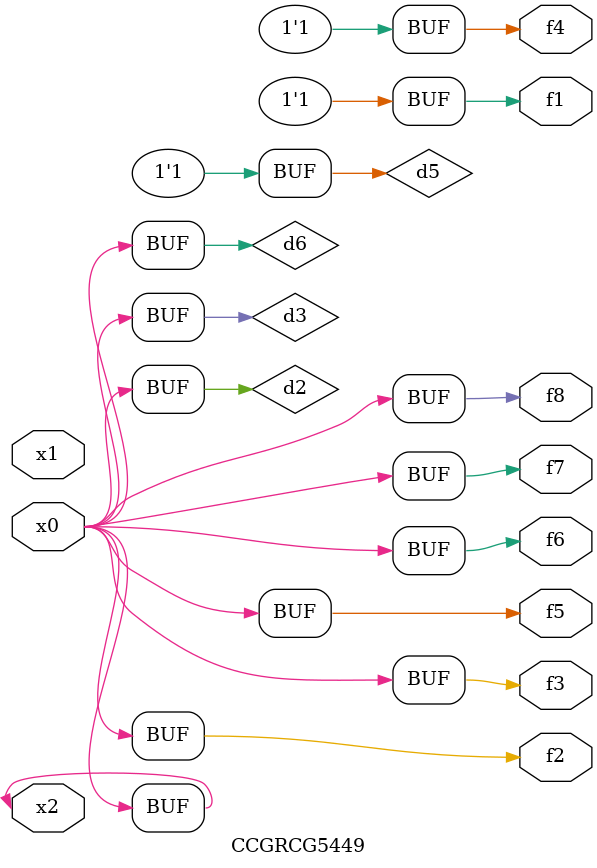
<source format=v>
module CCGRCG5449(
	input x0, x1, x2,
	output f1, f2, f3, f4, f5, f6, f7, f8
);

	wire d1, d2, d3, d4, d5, d6;

	xnor (d1, x2);
	buf (d2, x0, x2);
	and (d3, x0);
	xnor (d4, x1, x2);
	nand (d5, d1, d3);
	buf (d6, d2, d3);
	assign f1 = d5;
	assign f2 = d6;
	assign f3 = d6;
	assign f4 = d5;
	assign f5 = d6;
	assign f6 = d6;
	assign f7 = d6;
	assign f8 = d6;
endmodule

</source>
